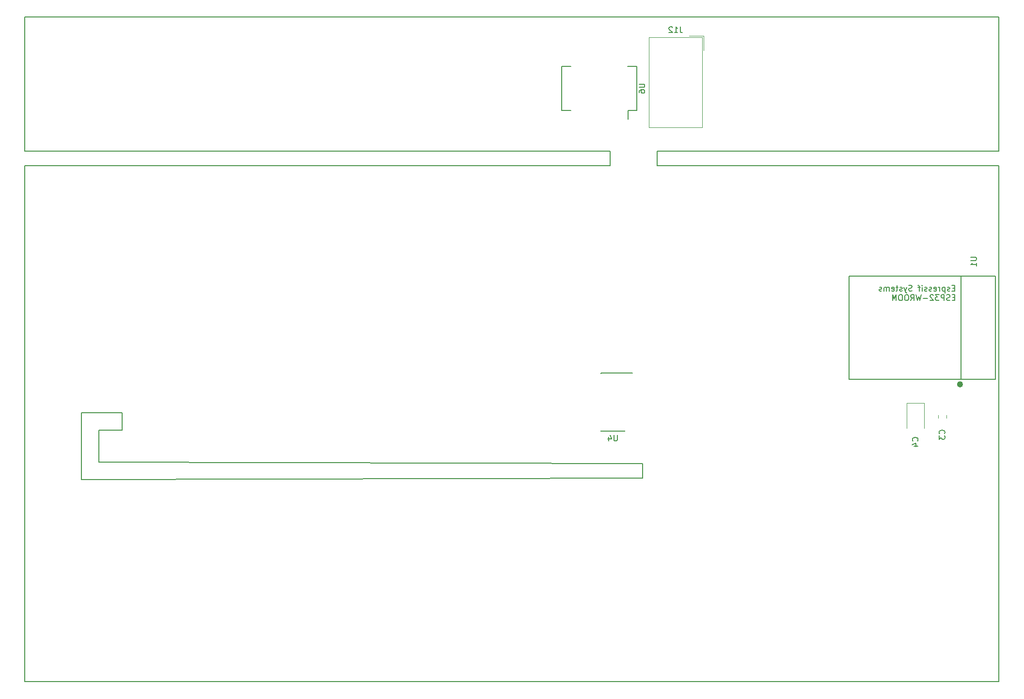
<source format=gbr>
%TF.GenerationSoftware,KiCad,Pcbnew,(5.0.0)*%
%TF.CreationDate,2018-09-12T13:39:33+01:00*%
%TF.ProjectId,AquaHub,417175614875622E6B696361645F7063,rev?*%
%TF.SameCoordinates,Original*%
%TF.FileFunction,Legend,Bot*%
%TF.FilePolarity,Positive*%
%FSLAX46Y46*%
G04 Gerber Fmt 4.6, Leading zero omitted, Abs format (unit mm)*
G04 Created by KiCad (PCBNEW (5.0.0)) date 09/12/18 13:39:33*
%MOMM*%
%LPD*%
G01*
G04 APERTURE LIST*
%ADD10C,0.200000*%
%ADD11C,0.120000*%
%ADD12C,0.150000*%
%ADD13C,0.500000*%
G04 APERTURE END LIST*
D10*
X55118000Y-106680000D02*
X48006000Y-106680000D01*
X55118000Y-109728000D02*
X55118000Y-106680000D01*
X51054000Y-109728000D02*
X55118000Y-109728000D01*
X146050000Y-115570000D02*
X146050000Y-118110000D01*
X140335000Y-63500000D02*
X140335000Y-60960000D01*
X148590000Y-60960000D02*
X148590000Y-63500000D01*
X148590000Y-63500000D02*
X208280000Y-63500000D01*
X208280000Y-60960000D02*
X148590000Y-60960000D01*
X208280000Y-37465000D02*
X208280000Y-60960000D01*
X38100000Y-37465000D02*
X208280000Y-37465000D01*
X38100000Y-60960000D02*
X38100000Y-37465000D01*
X140335000Y-60960000D02*
X38100000Y-60960000D01*
X48006000Y-118364000D02*
X48006000Y-106680000D01*
X146050000Y-118110000D02*
X48006000Y-118364000D01*
X51054000Y-115316000D02*
X146050000Y-115570000D01*
X51054000Y-109728000D02*
X51054000Y-115316000D01*
X38100000Y-153670000D02*
X208280000Y-153670000D01*
X38100000Y-63500000D02*
X38100000Y-153670000D01*
X140335000Y-63500000D02*
X38100000Y-63500000D01*
X208280000Y-63500000D02*
X208280000Y-153670000D01*
D11*
X147090000Y-41005000D02*
X147090000Y-56785000D01*
X147090000Y-56785000D02*
X156440000Y-56785000D01*
X156440000Y-56785000D02*
X156440000Y-41005000D01*
X156440000Y-41005000D02*
X147090000Y-41005000D01*
X156690000Y-40755000D02*
X156690000Y-43295000D01*
X156690000Y-40755000D02*
X154150000Y-40755000D01*
D12*
X145005000Y-53835000D02*
X143480000Y-53835000D01*
X145005000Y-46085000D02*
X143400000Y-46085000D01*
X131855000Y-46085000D02*
X133460000Y-46085000D01*
X131855000Y-53835000D02*
X133460000Y-53835000D01*
X145005000Y-53835000D02*
X145005000Y-46085000D01*
X131855000Y-53835000D02*
X131855000Y-46085000D01*
X143480000Y-53835000D02*
X143480000Y-55360000D01*
X142885000Y-99725000D02*
X144260000Y-99725000D01*
X142885000Y-109850000D02*
X138735000Y-109850000D01*
X142885000Y-99700000D02*
X138735000Y-99700000D01*
X142885000Y-109850000D02*
X142885000Y-109745000D01*
X138735000Y-109850000D02*
X138735000Y-109745000D01*
X138735000Y-99700000D02*
X138735000Y-99805000D01*
X142885000Y-99700000D02*
X142885000Y-99725000D01*
D11*
X199075000Y-107053748D02*
X199075000Y-107576252D01*
X197655000Y-107053748D02*
X197655000Y-107576252D01*
X195185000Y-104960000D02*
X195185000Y-109345000D01*
X192165000Y-104960000D02*
X195185000Y-104960000D01*
X192165000Y-109345000D02*
X192165000Y-104960000D01*
D13*
X201742981Y-101681000D02*
G75*
G03X201742981Y-101681000I-283981J0D01*
G01*
D12*
X201605000Y-82775000D02*
X201605000Y-100775000D01*
X207605000Y-100775000D02*
X182105000Y-100775000D01*
X207605000Y-82775000D02*
X182105000Y-82775000D01*
X182105000Y-82775000D02*
X182105000Y-100775000D01*
X207605000Y-82775000D02*
X207605000Y-100775000D01*
X152574523Y-39203380D02*
X152574523Y-39917666D01*
X152622142Y-40060523D01*
X152717380Y-40155761D01*
X152860238Y-40203380D01*
X152955476Y-40203380D01*
X151574523Y-40203380D02*
X152145952Y-40203380D01*
X151860238Y-40203380D02*
X151860238Y-39203380D01*
X151955476Y-39346238D01*
X152050714Y-39441476D01*
X152145952Y-39489095D01*
X151193571Y-39298619D02*
X151145952Y-39251000D01*
X151050714Y-39203380D01*
X150812619Y-39203380D01*
X150717380Y-39251000D01*
X150669761Y-39298619D01*
X150622142Y-39393857D01*
X150622142Y-39489095D01*
X150669761Y-39631952D01*
X151241190Y-40203380D01*
X150622142Y-40203380D01*
X145382380Y-49198095D02*
X146191904Y-49198095D01*
X146287142Y-49245714D01*
X146334761Y-49293333D01*
X146382380Y-49388571D01*
X146382380Y-49579047D01*
X146334761Y-49674285D01*
X146287142Y-49721904D01*
X146191904Y-49769523D01*
X145382380Y-49769523D01*
X145382380Y-50674285D02*
X145382380Y-50483809D01*
X145430000Y-50388571D01*
X145477619Y-50340952D01*
X145620476Y-50245714D01*
X145810952Y-50198095D01*
X146191904Y-50198095D01*
X146287142Y-50245714D01*
X146334761Y-50293333D01*
X146382380Y-50388571D01*
X146382380Y-50579047D01*
X146334761Y-50674285D01*
X146287142Y-50721904D01*
X146191904Y-50769523D01*
X145953809Y-50769523D01*
X145858571Y-50721904D01*
X145810952Y-50674285D01*
X145763333Y-50579047D01*
X145763333Y-50388571D01*
X145810952Y-50293333D01*
X145858571Y-50245714D01*
X145953809Y-50198095D01*
X141571904Y-110577380D02*
X141571904Y-111386904D01*
X141524285Y-111482142D01*
X141476666Y-111529761D01*
X141381428Y-111577380D01*
X141190952Y-111577380D01*
X141095714Y-111529761D01*
X141048095Y-111482142D01*
X141000476Y-111386904D01*
X141000476Y-110577380D01*
X140095714Y-110910714D02*
X140095714Y-111577380D01*
X140333809Y-110529761D02*
X140571904Y-111244047D01*
X139952857Y-111244047D01*
X198722142Y-110323333D02*
X198769761Y-110275714D01*
X198817380Y-110132857D01*
X198817380Y-110037619D01*
X198769761Y-109894761D01*
X198674523Y-109799523D01*
X198579285Y-109751904D01*
X198388809Y-109704285D01*
X198245952Y-109704285D01*
X198055476Y-109751904D01*
X197960238Y-109799523D01*
X197865000Y-109894761D01*
X197817380Y-110037619D01*
X197817380Y-110132857D01*
X197865000Y-110275714D01*
X197912619Y-110323333D01*
X197817380Y-110656666D02*
X197817380Y-111275714D01*
X198198333Y-110942380D01*
X198198333Y-111085238D01*
X198245952Y-111180476D01*
X198293571Y-111228095D01*
X198388809Y-111275714D01*
X198626904Y-111275714D01*
X198722142Y-111228095D01*
X198769761Y-111180476D01*
X198817380Y-111085238D01*
X198817380Y-110799523D01*
X198769761Y-110704285D01*
X198722142Y-110656666D01*
X194032142Y-111593333D02*
X194079761Y-111545714D01*
X194127380Y-111402857D01*
X194127380Y-111307619D01*
X194079761Y-111164761D01*
X193984523Y-111069523D01*
X193889285Y-111021904D01*
X193698809Y-110974285D01*
X193555952Y-110974285D01*
X193365476Y-111021904D01*
X193270238Y-111069523D01*
X193175000Y-111164761D01*
X193127380Y-111307619D01*
X193127380Y-111402857D01*
X193175000Y-111545714D01*
X193222619Y-111593333D01*
X193460714Y-112450476D02*
X194127380Y-112450476D01*
X193079761Y-112212380D02*
X193794047Y-111974285D01*
X193794047Y-112593333D01*
X203324380Y-79456095D02*
X204133904Y-79456095D01*
X204229142Y-79503714D01*
X204276761Y-79551333D01*
X204324380Y-79646571D01*
X204324380Y-79837047D01*
X204276761Y-79932285D01*
X204229142Y-79979904D01*
X204133904Y-80027523D01*
X203324380Y-80027523D01*
X204324380Y-81027523D02*
X204324380Y-80456095D01*
X204324380Y-80741809D02*
X203324380Y-80741809D01*
X203467238Y-80646571D01*
X203562476Y-80551333D01*
X203610095Y-80456095D01*
X200537428Y-84845571D02*
X200204095Y-84845571D01*
X200061238Y-85369380D02*
X200537428Y-85369380D01*
X200537428Y-84369380D01*
X200061238Y-84369380D01*
X199680285Y-85321761D02*
X199585047Y-85369380D01*
X199394571Y-85369380D01*
X199299333Y-85321761D01*
X199251714Y-85226523D01*
X199251714Y-85178904D01*
X199299333Y-85083666D01*
X199394571Y-85036047D01*
X199537428Y-85036047D01*
X199632666Y-84988428D01*
X199680285Y-84893190D01*
X199680285Y-84845571D01*
X199632666Y-84750333D01*
X199537428Y-84702714D01*
X199394571Y-84702714D01*
X199299333Y-84750333D01*
X198823142Y-84702714D02*
X198823142Y-85702714D01*
X198823142Y-84750333D02*
X198727904Y-84702714D01*
X198537428Y-84702714D01*
X198442190Y-84750333D01*
X198394571Y-84797952D01*
X198346952Y-84893190D01*
X198346952Y-85178904D01*
X198394571Y-85274142D01*
X198442190Y-85321761D01*
X198537428Y-85369380D01*
X198727904Y-85369380D01*
X198823142Y-85321761D01*
X197918380Y-85369380D02*
X197918380Y-84702714D01*
X197918380Y-84893190D02*
X197870761Y-84797952D01*
X197823142Y-84750333D01*
X197727904Y-84702714D01*
X197632666Y-84702714D01*
X196918380Y-85321761D02*
X197013619Y-85369380D01*
X197204095Y-85369380D01*
X197299333Y-85321761D01*
X197346952Y-85226523D01*
X197346952Y-84845571D01*
X197299333Y-84750333D01*
X197204095Y-84702714D01*
X197013619Y-84702714D01*
X196918380Y-84750333D01*
X196870761Y-84845571D01*
X196870761Y-84940809D01*
X197346952Y-85036047D01*
X196489809Y-85321761D02*
X196394571Y-85369380D01*
X196204095Y-85369380D01*
X196108857Y-85321761D01*
X196061238Y-85226523D01*
X196061238Y-85178904D01*
X196108857Y-85083666D01*
X196204095Y-85036047D01*
X196346952Y-85036047D01*
X196442190Y-84988428D01*
X196489809Y-84893190D01*
X196489809Y-84845571D01*
X196442190Y-84750333D01*
X196346952Y-84702714D01*
X196204095Y-84702714D01*
X196108857Y-84750333D01*
X195680285Y-85321761D02*
X195585047Y-85369380D01*
X195394571Y-85369380D01*
X195299333Y-85321761D01*
X195251714Y-85226523D01*
X195251714Y-85178904D01*
X195299333Y-85083666D01*
X195394571Y-85036047D01*
X195537428Y-85036047D01*
X195632666Y-84988428D01*
X195680285Y-84893190D01*
X195680285Y-84845571D01*
X195632666Y-84750333D01*
X195537428Y-84702714D01*
X195394571Y-84702714D01*
X195299333Y-84750333D01*
X194823142Y-85369380D02*
X194823142Y-84702714D01*
X194823142Y-84369380D02*
X194870761Y-84417000D01*
X194823142Y-84464619D01*
X194775523Y-84417000D01*
X194823142Y-84369380D01*
X194823142Y-84464619D01*
X194489809Y-84702714D02*
X194108857Y-84702714D01*
X194346952Y-85369380D02*
X194346952Y-84512238D01*
X194299333Y-84417000D01*
X194204095Y-84369380D01*
X194108857Y-84369380D01*
X193061238Y-85321761D02*
X192918380Y-85369380D01*
X192680285Y-85369380D01*
X192585047Y-85321761D01*
X192537428Y-85274142D01*
X192489809Y-85178904D01*
X192489809Y-85083666D01*
X192537428Y-84988428D01*
X192585047Y-84940809D01*
X192680285Y-84893190D01*
X192870761Y-84845571D01*
X192966000Y-84797952D01*
X193013619Y-84750333D01*
X193061238Y-84655095D01*
X193061238Y-84559857D01*
X193013619Y-84464619D01*
X192966000Y-84417000D01*
X192870761Y-84369380D01*
X192632666Y-84369380D01*
X192489809Y-84417000D01*
X192156476Y-84702714D02*
X191918380Y-85369380D01*
X191680285Y-84702714D02*
X191918380Y-85369380D01*
X192013619Y-85607476D01*
X192061238Y-85655095D01*
X192156476Y-85702714D01*
X191346952Y-85321761D02*
X191251714Y-85369380D01*
X191061238Y-85369380D01*
X190966000Y-85321761D01*
X190918380Y-85226523D01*
X190918380Y-85178904D01*
X190966000Y-85083666D01*
X191061238Y-85036047D01*
X191204095Y-85036047D01*
X191299333Y-84988428D01*
X191346952Y-84893190D01*
X191346952Y-84845571D01*
X191299333Y-84750333D01*
X191204095Y-84702714D01*
X191061238Y-84702714D01*
X190966000Y-84750333D01*
X190632666Y-84702714D02*
X190251714Y-84702714D01*
X190489809Y-84369380D02*
X190489809Y-85226523D01*
X190442190Y-85321761D01*
X190346952Y-85369380D01*
X190251714Y-85369380D01*
X189537428Y-85321761D02*
X189632666Y-85369380D01*
X189823142Y-85369380D01*
X189918380Y-85321761D01*
X189966000Y-85226523D01*
X189966000Y-84845571D01*
X189918380Y-84750333D01*
X189823142Y-84702714D01*
X189632666Y-84702714D01*
X189537428Y-84750333D01*
X189489809Y-84845571D01*
X189489809Y-84940809D01*
X189966000Y-85036047D01*
X189061238Y-85369380D02*
X189061238Y-84702714D01*
X189061238Y-84797952D02*
X189013619Y-84750333D01*
X188918380Y-84702714D01*
X188775523Y-84702714D01*
X188680285Y-84750333D01*
X188632666Y-84845571D01*
X188632666Y-85369380D01*
X188632666Y-84845571D02*
X188585047Y-84750333D01*
X188489809Y-84702714D01*
X188346952Y-84702714D01*
X188251714Y-84750333D01*
X188204095Y-84845571D01*
X188204095Y-85369380D01*
X187775523Y-85321761D02*
X187680285Y-85369380D01*
X187489809Y-85369380D01*
X187394571Y-85321761D01*
X187346952Y-85226523D01*
X187346952Y-85178904D01*
X187394571Y-85083666D01*
X187489809Y-85036047D01*
X187632666Y-85036047D01*
X187727904Y-84988428D01*
X187775523Y-84893190D01*
X187775523Y-84845571D01*
X187727904Y-84750333D01*
X187632666Y-84702714D01*
X187489809Y-84702714D01*
X187394571Y-84750333D01*
X200561380Y-86496571D02*
X200228047Y-86496571D01*
X200085190Y-87020380D02*
X200561380Y-87020380D01*
X200561380Y-86020380D01*
X200085190Y-86020380D01*
X199704238Y-86972761D02*
X199561380Y-87020380D01*
X199323285Y-87020380D01*
X199228047Y-86972761D01*
X199180428Y-86925142D01*
X199132809Y-86829904D01*
X199132809Y-86734666D01*
X199180428Y-86639428D01*
X199228047Y-86591809D01*
X199323285Y-86544190D01*
X199513761Y-86496571D01*
X199609000Y-86448952D01*
X199656619Y-86401333D01*
X199704238Y-86306095D01*
X199704238Y-86210857D01*
X199656619Y-86115619D01*
X199609000Y-86068000D01*
X199513761Y-86020380D01*
X199275666Y-86020380D01*
X199132809Y-86068000D01*
X198704238Y-87020380D02*
X198704238Y-86020380D01*
X198323285Y-86020380D01*
X198228047Y-86068000D01*
X198180428Y-86115619D01*
X198132809Y-86210857D01*
X198132809Y-86353714D01*
X198180428Y-86448952D01*
X198228047Y-86496571D01*
X198323285Y-86544190D01*
X198704238Y-86544190D01*
X197799476Y-86020380D02*
X197180428Y-86020380D01*
X197513761Y-86401333D01*
X197370904Y-86401333D01*
X197275666Y-86448952D01*
X197228047Y-86496571D01*
X197180428Y-86591809D01*
X197180428Y-86829904D01*
X197228047Y-86925142D01*
X197275666Y-86972761D01*
X197370904Y-87020380D01*
X197656619Y-87020380D01*
X197751857Y-86972761D01*
X197799476Y-86925142D01*
X196799476Y-86115619D02*
X196751857Y-86068000D01*
X196656619Y-86020380D01*
X196418523Y-86020380D01*
X196323285Y-86068000D01*
X196275666Y-86115619D01*
X196228047Y-86210857D01*
X196228047Y-86306095D01*
X196275666Y-86448952D01*
X196847095Y-87020380D01*
X196228047Y-87020380D01*
X195799476Y-86639428D02*
X195037571Y-86639428D01*
X194656619Y-86020380D02*
X194418523Y-87020380D01*
X194228047Y-86306095D01*
X194037571Y-87020380D01*
X193799476Y-86020380D01*
X192847095Y-87020380D02*
X193180428Y-86544190D01*
X193418523Y-87020380D02*
X193418523Y-86020380D01*
X193037571Y-86020380D01*
X192942333Y-86068000D01*
X192894714Y-86115619D01*
X192847095Y-86210857D01*
X192847095Y-86353714D01*
X192894714Y-86448952D01*
X192942333Y-86496571D01*
X193037571Y-86544190D01*
X193418523Y-86544190D01*
X192228047Y-86020380D02*
X192037571Y-86020380D01*
X191942333Y-86068000D01*
X191847095Y-86163238D01*
X191799476Y-86353714D01*
X191799476Y-86687047D01*
X191847095Y-86877523D01*
X191942333Y-86972761D01*
X192037571Y-87020380D01*
X192228047Y-87020380D01*
X192323285Y-86972761D01*
X192418523Y-86877523D01*
X192466142Y-86687047D01*
X192466142Y-86353714D01*
X192418523Y-86163238D01*
X192323285Y-86068000D01*
X192228047Y-86020380D01*
X191180428Y-86020380D02*
X190989952Y-86020380D01*
X190894714Y-86068000D01*
X190799476Y-86163238D01*
X190751857Y-86353714D01*
X190751857Y-86687047D01*
X190799476Y-86877523D01*
X190894714Y-86972761D01*
X190989952Y-87020380D01*
X191180428Y-87020380D01*
X191275666Y-86972761D01*
X191370904Y-86877523D01*
X191418523Y-86687047D01*
X191418523Y-86353714D01*
X191370904Y-86163238D01*
X191275666Y-86068000D01*
X191180428Y-86020380D01*
X190323285Y-87020380D02*
X190323285Y-86020380D01*
X189989952Y-86734666D01*
X189656619Y-86020380D01*
X189656619Y-87020380D01*
M02*

</source>
